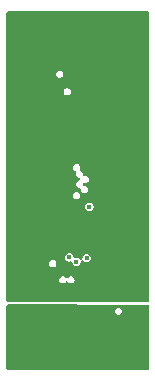
<source format=gbr>
%TF.GenerationSoftware,KiCad,Pcbnew,7.0.9-7.0.9~ubuntu22.04.1*%
%TF.CreationDate,2023-12-01T07:42:16+01:00*%
%TF.ProjectId,jetson-orin-baseboard,6a657473-6f6e-42d6-9f72-696e2d626173,1.1.1*%
%TF.SameCoordinates,Original*%
%TF.FileFunction,Copper,L5,Inr*%
%TF.FilePolarity,Positive*%
%FSLAX46Y46*%
G04 Gerber Fmt 4.6, Leading zero omitted, Abs format (unit mm)*
G04 Created by KiCad (PCBNEW 7.0.9-7.0.9~ubuntu22.04.1) date 2023-12-01 07:42:16*
%MOMM*%
%LPD*%
G01*
G04 APERTURE LIST*
%TA.AperFunction,ViaPad*%
%ADD10C,0.450000*%
%TD*%
G04 APERTURE END LIST*
D10*
%TO.N,GND*%
X91450000Y-102350000D03*
X91750000Y-108800000D03*
%TO.N,CSIA_FLG*%
X92272500Y-113200000D03*
%TO.N,CSIB_FLG*%
X92500000Y-108850000D03*
%TO.N,USBC0_FLG*%
X90800000Y-113150000D03*
%TO.N,USBC1_FLG*%
X91412000Y-113500000D03*
%TD*%
%TA.AperFunction,Conductor*%
%TO.N,GND*%
G36*
X97516621Y-92345502D02*
G01*
X97563114Y-92399158D01*
X97574500Y-92451500D01*
X97574500Y-116810563D01*
X97554498Y-116878684D01*
X97500842Y-116925177D01*
X97448317Y-116936563D01*
X85601317Y-116919317D01*
X85533225Y-116899216D01*
X85486810Y-116845492D01*
X85475500Y-116793317D01*
X85475500Y-115050000D01*
X89944864Y-115050000D01*
X89963265Y-115154361D01*
X90016251Y-115246137D01*
X90097431Y-115314255D01*
X90097434Y-115314257D01*
X90197012Y-115350500D01*
X90197014Y-115350500D01*
X90302987Y-115350500D01*
X90402565Y-115314257D01*
X90402564Y-115314257D01*
X90402568Y-115314256D01*
X90483748Y-115246138D01*
X90485186Y-115243646D01*
X90490880Y-115233786D01*
X90542261Y-115184792D01*
X90611975Y-115171354D01*
X90677886Y-115197740D01*
X90709120Y-115233786D01*
X90716250Y-115246136D01*
X90797431Y-115314255D01*
X90797434Y-115314257D01*
X90897012Y-115350500D01*
X90897014Y-115350500D01*
X91002987Y-115350500D01*
X91102565Y-115314257D01*
X91102564Y-115314257D01*
X91102568Y-115314256D01*
X91183748Y-115246138D01*
X91236734Y-115154363D01*
X91255136Y-115050000D01*
X91236734Y-114945637D01*
X91183748Y-114853862D01*
X91102568Y-114785744D01*
X91102565Y-114785742D01*
X91002988Y-114749500D01*
X91002986Y-114749500D01*
X90897014Y-114749500D01*
X90897012Y-114749500D01*
X90797434Y-114785742D01*
X90797431Y-114785744D01*
X90716250Y-114853863D01*
X90709119Y-114866215D01*
X90657736Y-114915208D01*
X90588023Y-114928644D01*
X90522112Y-114902258D01*
X90490881Y-114866215D01*
X90483749Y-114853863D01*
X90402568Y-114785744D01*
X90402565Y-114785742D01*
X90302988Y-114749500D01*
X90302986Y-114749500D01*
X90197014Y-114749500D01*
X90197012Y-114749500D01*
X90097434Y-114785742D01*
X90097431Y-114785744D01*
X90016251Y-114853862D01*
X89963265Y-114945638D01*
X89944864Y-115049999D01*
X89944864Y-115050000D01*
X85475500Y-115050000D01*
X85475500Y-113668914D01*
X89105171Y-113668914D01*
X89123572Y-113773275D01*
X89176558Y-113865051D01*
X89257738Y-113933169D01*
X89257741Y-113933171D01*
X89357319Y-113969414D01*
X89357321Y-113969414D01*
X89463294Y-113969414D01*
X89562872Y-113933171D01*
X89562871Y-113933171D01*
X89562875Y-113933170D01*
X89644055Y-113865052D01*
X89697041Y-113773277D01*
X89715443Y-113668914D01*
X89697041Y-113564551D01*
X89644055Y-113472776D01*
X89562875Y-113404658D01*
X89562872Y-113404656D01*
X89463295Y-113368414D01*
X89463293Y-113368414D01*
X89357321Y-113368414D01*
X89357319Y-113368414D01*
X89257741Y-113404656D01*
X89257738Y-113404658D01*
X89176558Y-113472776D01*
X89123572Y-113564552D01*
X89105171Y-113668913D01*
X89105171Y-113668914D01*
X85475500Y-113668914D01*
X85475500Y-113150000D01*
X90445131Y-113150000D01*
X90462500Y-113259661D01*
X90462500Y-113259662D01*
X90462501Y-113259663D01*
X90480431Y-113294854D01*
X90512905Y-113358587D01*
X90591413Y-113437095D01*
X90690339Y-113487500D01*
X90800000Y-113504869D01*
X90909661Y-113487500D01*
X90909663Y-113487498D01*
X90919454Y-113485948D01*
X90919745Y-113487785D01*
X90978691Y-113486101D01*
X91039489Y-113522763D01*
X91070814Y-113586475D01*
X91071108Y-113588248D01*
X91074499Y-113609660D01*
X91104691Y-113668914D01*
X91124905Y-113708587D01*
X91203413Y-113787095D01*
X91302339Y-113837500D01*
X91412000Y-113854869D01*
X91521661Y-113837500D01*
X91620587Y-113787095D01*
X91699095Y-113708587D01*
X91749500Y-113609661D01*
X91766869Y-113500000D01*
X91766869Y-113499997D01*
X91766869Y-113494241D01*
X91786871Y-113426120D01*
X91840527Y-113379627D01*
X91910801Y-113369523D01*
X91975381Y-113399017D01*
X91981964Y-113405146D01*
X91985404Y-113408586D01*
X91985405Y-113408587D01*
X92063913Y-113487095D01*
X92162839Y-113537500D01*
X92272500Y-113554869D01*
X92382161Y-113537500D01*
X92481087Y-113487095D01*
X92559595Y-113408587D01*
X92610000Y-113309661D01*
X92627369Y-113200000D01*
X92610000Y-113090339D01*
X92559595Y-112991413D01*
X92481087Y-112912905D01*
X92481086Y-112912904D01*
X92382163Y-112862501D01*
X92382162Y-112862500D01*
X92382161Y-112862500D01*
X92272500Y-112845131D01*
X92162839Y-112862500D01*
X92162837Y-112862500D01*
X92162836Y-112862501D01*
X92063913Y-112912904D01*
X91985404Y-112991413D01*
X91935001Y-113090336D01*
X91935000Y-113090337D01*
X91935000Y-113090339D01*
X91923350Y-113163893D01*
X91917631Y-113200002D01*
X91917631Y-113205759D01*
X91897629Y-113273880D01*
X91843973Y-113320373D01*
X91773699Y-113330477D01*
X91709119Y-113300983D01*
X91702536Y-113294854D01*
X91620586Y-113212904D01*
X91521663Y-113162501D01*
X91521662Y-113162500D01*
X91521661Y-113162500D01*
X91412000Y-113145131D01*
X91302339Y-113162500D01*
X91302336Y-113162501D01*
X91292546Y-113164052D01*
X91292255Y-113162217D01*
X91233289Y-113163893D01*
X91172497Y-113127221D01*
X91141181Y-113063504D01*
X91140907Y-113061853D01*
X91137500Y-113040339D01*
X91087095Y-112941413D01*
X91008587Y-112862905D01*
X91008586Y-112862904D01*
X90909663Y-112812501D01*
X90909662Y-112812500D01*
X90909661Y-112812500D01*
X90800000Y-112795131D01*
X90690339Y-112812500D01*
X90690337Y-112812500D01*
X90690336Y-112812501D01*
X90591413Y-112862904D01*
X90512904Y-112941413D01*
X90462501Y-113040336D01*
X90462500Y-113040337D01*
X90462500Y-113040339D01*
X90445131Y-113150000D01*
X85475500Y-113150000D01*
X85475500Y-108850000D01*
X92145131Y-108850000D01*
X92162500Y-108959661D01*
X92212905Y-109058587D01*
X92291413Y-109137095D01*
X92390339Y-109187500D01*
X92500000Y-109204869D01*
X92609661Y-109187500D01*
X92708587Y-109137095D01*
X92787095Y-109058587D01*
X92837500Y-108959661D01*
X92854869Y-108850000D01*
X92837500Y-108740339D01*
X92787095Y-108641413D01*
X92708587Y-108562905D01*
X92708586Y-108562904D01*
X92609663Y-108512501D01*
X92609662Y-108512500D01*
X92609661Y-108512500D01*
X92500000Y-108495131D01*
X92390339Y-108512500D01*
X92390337Y-108512500D01*
X92390336Y-108512501D01*
X92291413Y-108562904D01*
X92212904Y-108641413D01*
X92162501Y-108740336D01*
X92162500Y-108740337D01*
X92162500Y-108740339D01*
X92145131Y-108850000D01*
X85475500Y-108850000D01*
X85475500Y-107900000D01*
X91094864Y-107900000D01*
X91113265Y-108004361D01*
X91166251Y-108096137D01*
X91247431Y-108164255D01*
X91247434Y-108164257D01*
X91347012Y-108200500D01*
X91347014Y-108200500D01*
X91452987Y-108200500D01*
X91552565Y-108164257D01*
X91552564Y-108164257D01*
X91552568Y-108164256D01*
X91633748Y-108096138D01*
X91686734Y-108004363D01*
X91705136Y-107900000D01*
X91686734Y-107795637D01*
X91633748Y-107703862D01*
X91552568Y-107635744D01*
X91552565Y-107635742D01*
X91452988Y-107599500D01*
X91452986Y-107599500D01*
X91347014Y-107599500D01*
X91347012Y-107599500D01*
X91247434Y-107635742D01*
X91247431Y-107635744D01*
X91166251Y-107703862D01*
X91113265Y-107795638D01*
X91094864Y-107899999D01*
X91094864Y-107900000D01*
X85475500Y-107900000D01*
X85475500Y-105540000D01*
X91124864Y-105540000D01*
X91143265Y-105644361D01*
X91143265Y-105644362D01*
X91143266Y-105644363D01*
X91149382Y-105654956D01*
X91184907Y-105716489D01*
X91196252Y-105736138D01*
X91277432Y-105804256D01*
X91311243Y-105816562D01*
X91368415Y-105858654D01*
X91393754Y-105924975D01*
X91380878Y-105986510D01*
X91381535Y-105986749D01*
X91379874Y-105991311D01*
X91379214Y-105994467D01*
X91377800Y-105997007D01*
X91377765Y-105997104D01*
X91359364Y-106101466D01*
X91359364Y-106101467D01*
X91377765Y-106205828D01*
X91416879Y-106273577D01*
X91430752Y-106297605D01*
X91483297Y-106341695D01*
X91511931Y-106365722D01*
X91511934Y-106365724D01*
X91621873Y-106405738D01*
X91621227Y-106407511D01*
X91672840Y-106433090D01*
X91709310Y-106494004D01*
X91707059Y-106564965D01*
X91666800Y-106623443D01*
X91621373Y-106644188D01*
X91621873Y-106645562D01*
X91511934Y-106685575D01*
X91511931Y-106685577D01*
X91430751Y-106753695D01*
X91377765Y-106845471D01*
X91359364Y-106949832D01*
X91359364Y-106949833D01*
X91377765Y-107054194D01*
X91430751Y-107145970D01*
X91511931Y-107214088D01*
X91511934Y-107214090D01*
X91611512Y-107250333D01*
X91671660Y-107250333D01*
X91739781Y-107270335D01*
X91786274Y-107323991D01*
X91795519Y-107388288D01*
X91795552Y-107388288D01*
X91795552Y-107388520D01*
X91796378Y-107394265D01*
X91795746Y-107398213D01*
X91795552Y-107399312D01*
X91813953Y-107503673D01*
X91866939Y-107595449D01*
X91948119Y-107663567D01*
X91948122Y-107663569D01*
X92047700Y-107699812D01*
X92047702Y-107699812D01*
X92153675Y-107699812D01*
X92253253Y-107663569D01*
X92253252Y-107663569D01*
X92253256Y-107663568D01*
X92334436Y-107595450D01*
X92387422Y-107503675D01*
X92405824Y-107399312D01*
X92387422Y-107294949D01*
X92334436Y-107203174D01*
X92253256Y-107135056D01*
X92253253Y-107135054D01*
X92153676Y-107098812D01*
X92153674Y-107098812D01*
X92093528Y-107098812D01*
X92025407Y-107078810D01*
X91978914Y-107025154D01*
X91968810Y-106954880D01*
X91969442Y-106950933D01*
X91970937Y-106942454D01*
X92002464Y-106878842D01*
X92063377Y-106842372D01*
X92095023Y-106838333D01*
X92202987Y-106838333D01*
X92302565Y-106802090D01*
X92302564Y-106802090D01*
X92302568Y-106802089D01*
X92383748Y-106733971D01*
X92436734Y-106642196D01*
X92455136Y-106537833D01*
X92436734Y-106433470D01*
X92383748Y-106341695D01*
X92302568Y-106273577D01*
X92302565Y-106273575D01*
X92202988Y-106237333D01*
X92202986Y-106237333D01*
X92097014Y-106237333D01*
X92095636Y-106237333D01*
X92027515Y-106217331D01*
X91981022Y-106163675D01*
X91969636Y-106111333D01*
X91969636Y-106101466D01*
X91951234Y-105997105D01*
X91951234Y-105997104D01*
X91898248Y-105905329D01*
X91817068Y-105837211D01*
X91783253Y-105824903D01*
X91726083Y-105782810D01*
X91700745Y-105716489D01*
X91713620Y-105654956D01*
X91712965Y-105654718D01*
X91714624Y-105650159D01*
X91715286Y-105646997D01*
X91716701Y-105644453D01*
X91716734Y-105644362D01*
X91735136Y-105540000D01*
X91735136Y-105539999D01*
X91716734Y-105435638D01*
X91716734Y-105435637D01*
X91663748Y-105343862D01*
X91582568Y-105275744D01*
X91582565Y-105275742D01*
X91482988Y-105239500D01*
X91482986Y-105239500D01*
X91377014Y-105239500D01*
X91377012Y-105239500D01*
X91277434Y-105275742D01*
X91277431Y-105275744D01*
X91196251Y-105343862D01*
X91143265Y-105435638D01*
X91124864Y-105539999D01*
X91124864Y-105540000D01*
X85475500Y-105540000D01*
X85475500Y-99125000D01*
X90319864Y-99125000D01*
X90338265Y-99229361D01*
X90391251Y-99321137D01*
X90472431Y-99389255D01*
X90472434Y-99389257D01*
X90572012Y-99425500D01*
X90572014Y-99425500D01*
X90677987Y-99425500D01*
X90777565Y-99389257D01*
X90777564Y-99389257D01*
X90777568Y-99389256D01*
X90858748Y-99321138D01*
X90911734Y-99229363D01*
X90930136Y-99125000D01*
X90911734Y-99020637D01*
X90858748Y-98928862D01*
X90777568Y-98860744D01*
X90777565Y-98860742D01*
X90677988Y-98824500D01*
X90677986Y-98824500D01*
X90572014Y-98824500D01*
X90572012Y-98824500D01*
X90472434Y-98860742D01*
X90472431Y-98860744D01*
X90391251Y-98928862D01*
X90338265Y-99020638D01*
X90319864Y-99124999D01*
X90319864Y-99125000D01*
X85475500Y-99125000D01*
X85475500Y-97640000D01*
X89694864Y-97640000D01*
X89713265Y-97744361D01*
X89766251Y-97836137D01*
X89847431Y-97904255D01*
X89847434Y-97904257D01*
X89947012Y-97940500D01*
X89947014Y-97940500D01*
X90052987Y-97940500D01*
X90152565Y-97904257D01*
X90152564Y-97904257D01*
X90152568Y-97904256D01*
X90233748Y-97836138D01*
X90286734Y-97744363D01*
X90305136Y-97640000D01*
X90286734Y-97535637D01*
X90233748Y-97443862D01*
X90152568Y-97375744D01*
X90152565Y-97375742D01*
X90052988Y-97339500D01*
X90052986Y-97339500D01*
X89947014Y-97339500D01*
X89947012Y-97339500D01*
X89847434Y-97375742D01*
X89847431Y-97375744D01*
X89766251Y-97443862D01*
X89713265Y-97535638D01*
X89694864Y-97639999D01*
X89694864Y-97640000D01*
X85475500Y-97640000D01*
X85475500Y-92451500D01*
X85495502Y-92383379D01*
X85549158Y-92336886D01*
X85601500Y-92325500D01*
X97448500Y-92325500D01*
X97516621Y-92345502D01*
G37*
%TD.AperFunction*%
%TD*%
%TA.AperFunction,Conductor*%
%TO.N,+5V*%
G36*
X97448685Y-117142064D02*
G01*
X97516775Y-117162165D01*
X97563190Y-117215889D01*
X97574500Y-117268064D01*
X97574500Y-122573500D01*
X97554498Y-122641621D01*
X97500842Y-122688114D01*
X97448500Y-122699500D01*
X85601500Y-122699500D01*
X85533379Y-122679498D01*
X85486886Y-122625842D01*
X85475500Y-122573500D01*
X85475500Y-117706675D01*
X94657365Y-117706675D01*
X94675766Y-117811036D01*
X94728752Y-117902812D01*
X94809932Y-117970930D01*
X94809935Y-117970932D01*
X94909513Y-118007175D01*
X94909515Y-118007175D01*
X95015488Y-118007175D01*
X95115066Y-117970932D01*
X95115065Y-117970932D01*
X95115069Y-117970931D01*
X95196249Y-117902813D01*
X95249235Y-117811038D01*
X95267637Y-117706675D01*
X95249235Y-117602312D01*
X95196249Y-117510537D01*
X95115069Y-117442419D01*
X95115066Y-117442417D01*
X95015489Y-117406175D01*
X95015487Y-117406175D01*
X94909515Y-117406175D01*
X94909513Y-117406175D01*
X94809935Y-117442417D01*
X94809932Y-117442419D01*
X94728752Y-117510537D01*
X94675766Y-117602313D01*
X94657365Y-117706674D01*
X94657365Y-117706675D01*
X85475500Y-117706675D01*
X85475500Y-117250818D01*
X85495502Y-117182697D01*
X85549158Y-117136204D01*
X85601675Y-117124819D01*
X97448685Y-117142064D01*
G37*
%TD.AperFunction*%
%TD*%
M02*

</source>
